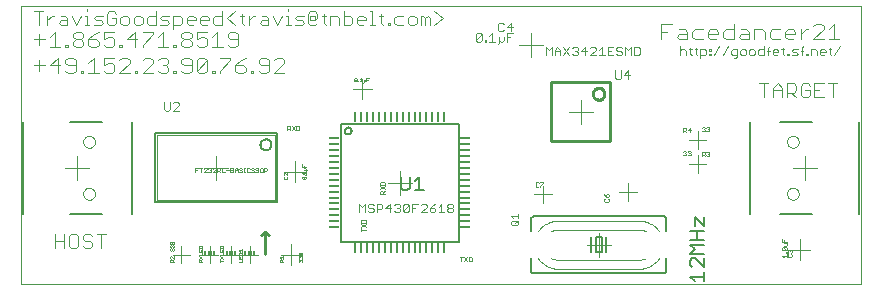
<source format=gto>
G75*
G70*
%OFA0B0*%
%FSLAX24Y24*%
%IPPOS*%
%LPD*%
%AMOC8*
5,1,8,0,0,1.08239X$1,22.5*
%
%ADD10C,0.0000*%
%ADD11C,0.0100*%
%ADD12C,0.0010*%
%ADD13C,0.0040*%
%ADD14C,0.0030*%
%ADD15R,0.0059X0.0118*%
%ADD16R,0.0118X0.0118*%
%ADD17C,0.0060*%
%ADD18C,0.0020*%
%ADD19C,0.0050*%
%ADD20R,0.0110X0.0382*%
%ADD21R,0.0382X0.0110*%
D10*
X000100Y000229D02*
X000100Y009488D01*
X028095Y009488D01*
X028095Y000229D01*
X000100Y000229D01*
X005159Y001210D02*
X005726Y001210D01*
X006113Y001210D02*
X006680Y001210D01*
X006817Y001210D02*
X007383Y001210D01*
X007442Y001210D02*
X008008Y001210D01*
X007725Y000927D02*
X007725Y001494D01*
X007100Y001494D02*
X007100Y000927D01*
X006396Y000927D02*
X006396Y001494D01*
X005443Y001494D02*
X005443Y000927D01*
X008758Y001210D02*
X009442Y001210D01*
X009100Y000869D02*
X009100Y001552D01*
X012725Y003204D02*
X012725Y004004D01*
X012325Y003604D02*
X013125Y003604D01*
X009567Y003979D02*
X008883Y003979D01*
X009225Y003637D02*
X009225Y004321D01*
X007000Y004104D02*
X006200Y004104D01*
X006600Y003704D02*
X006600Y004504D01*
X002375Y004104D02*
X001575Y004104D01*
X001975Y003704D02*
X001975Y004504D01*
X002172Y004970D02*
X002174Y004997D01*
X002180Y005024D01*
X002189Y005050D01*
X002202Y005074D01*
X002218Y005097D01*
X002237Y005116D01*
X002259Y005133D01*
X002283Y005147D01*
X002308Y005157D01*
X002335Y005164D01*
X002362Y005167D01*
X002390Y005166D01*
X002417Y005161D01*
X002443Y005153D01*
X002467Y005141D01*
X002490Y005125D01*
X002511Y005107D01*
X002528Y005086D01*
X002543Y005062D01*
X002554Y005037D01*
X002562Y005011D01*
X002566Y004984D01*
X002566Y004956D01*
X002562Y004929D01*
X002554Y004903D01*
X002543Y004878D01*
X002528Y004854D01*
X002511Y004833D01*
X002490Y004815D01*
X002468Y004799D01*
X002443Y004787D01*
X002417Y004779D01*
X002390Y004774D01*
X002362Y004773D01*
X002335Y004776D01*
X002308Y004783D01*
X002283Y004793D01*
X002259Y004807D01*
X002237Y004824D01*
X002218Y004843D01*
X002202Y004866D01*
X002189Y004890D01*
X002180Y004916D01*
X002174Y004943D01*
X002172Y004970D01*
X002172Y003238D02*
X002174Y003265D01*
X002180Y003292D01*
X002189Y003318D01*
X002202Y003342D01*
X002218Y003365D01*
X002237Y003384D01*
X002259Y003401D01*
X002283Y003415D01*
X002308Y003425D01*
X002335Y003432D01*
X002362Y003435D01*
X002390Y003434D01*
X002417Y003429D01*
X002443Y003421D01*
X002467Y003409D01*
X002490Y003393D01*
X002511Y003375D01*
X002528Y003354D01*
X002543Y003330D01*
X002554Y003305D01*
X002562Y003279D01*
X002566Y003252D01*
X002566Y003224D01*
X002562Y003197D01*
X002554Y003171D01*
X002543Y003146D01*
X002528Y003122D01*
X002511Y003101D01*
X002490Y003083D01*
X002468Y003067D01*
X002443Y003055D01*
X002417Y003047D01*
X002390Y003042D01*
X002362Y003041D01*
X002335Y003044D01*
X002308Y003051D01*
X002283Y003061D01*
X002259Y003075D01*
X002237Y003092D01*
X002218Y003111D01*
X002202Y003134D01*
X002189Y003158D01*
X002180Y003184D01*
X002174Y003211D01*
X002172Y003238D01*
X011475Y006404D02*
X011475Y007054D01*
X011150Y006729D02*
X011800Y006729D01*
X016708Y008182D02*
X017508Y008182D01*
X017108Y007782D02*
X017108Y008582D01*
X018761Y006377D02*
X018761Y005577D01*
X018361Y005977D02*
X019161Y005977D01*
X022356Y005035D02*
X022947Y005035D01*
X022651Y004740D02*
X022651Y005331D01*
X022651Y004534D02*
X022651Y003942D01*
X022356Y004238D02*
X022947Y004238D01*
X020336Y003610D02*
X020336Y002990D01*
X020027Y003300D02*
X020646Y003300D01*
X017789Y003221D02*
X017214Y003221D01*
X017502Y002933D02*
X017502Y003509D01*
X019350Y001939D02*
X019350Y001139D01*
X018950Y001539D02*
X019750Y001539D01*
X025712Y001372D02*
X026408Y001372D01*
X026060Y001024D02*
X026060Y001720D01*
X025634Y003238D02*
X025636Y003265D01*
X025642Y003292D01*
X025651Y003318D01*
X025664Y003342D01*
X025680Y003365D01*
X025699Y003384D01*
X025721Y003401D01*
X025745Y003415D01*
X025770Y003425D01*
X025797Y003432D01*
X025824Y003435D01*
X025852Y003434D01*
X025879Y003429D01*
X025905Y003421D01*
X025929Y003409D01*
X025952Y003393D01*
X025973Y003375D01*
X025990Y003354D01*
X026005Y003330D01*
X026016Y003305D01*
X026024Y003279D01*
X026028Y003252D01*
X026028Y003224D01*
X026024Y003197D01*
X026016Y003171D01*
X026005Y003146D01*
X025990Y003122D01*
X025973Y003101D01*
X025952Y003083D01*
X025930Y003067D01*
X025905Y003055D01*
X025879Y003047D01*
X025852Y003042D01*
X025824Y003041D01*
X025797Y003044D01*
X025770Y003051D01*
X025745Y003061D01*
X025721Y003075D01*
X025699Y003092D01*
X025680Y003111D01*
X025664Y003134D01*
X025651Y003158D01*
X025642Y003184D01*
X025636Y003211D01*
X025634Y003238D01*
X026225Y003704D02*
X026225Y004504D01*
X025825Y004104D02*
X026625Y004104D01*
X025634Y004970D02*
X025636Y004997D01*
X025642Y005024D01*
X025651Y005050D01*
X025664Y005074D01*
X025680Y005097D01*
X025699Y005116D01*
X025721Y005133D01*
X025745Y005147D01*
X025770Y005157D01*
X025797Y005164D01*
X025824Y005167D01*
X025852Y005166D01*
X025879Y005161D01*
X025905Y005153D01*
X025929Y005141D01*
X025952Y005125D01*
X025973Y005107D01*
X025990Y005086D01*
X026005Y005062D01*
X026016Y005037D01*
X026024Y005011D01*
X026028Y004984D01*
X026028Y004956D01*
X026024Y004929D01*
X026016Y004903D01*
X026005Y004878D01*
X025990Y004854D01*
X025973Y004833D01*
X025952Y004815D01*
X025930Y004799D01*
X025905Y004787D01*
X025879Y004779D01*
X025852Y004774D01*
X025824Y004773D01*
X025797Y004776D01*
X025770Y004783D01*
X025745Y004793D01*
X025721Y004807D01*
X025699Y004824D01*
X025680Y004843D01*
X025664Y004866D01*
X025651Y004890D01*
X025642Y004916D01*
X025636Y004943D01*
X025634Y004970D01*
D11*
X019746Y004993D02*
X019746Y006961D01*
X017777Y006961D01*
X017777Y004993D01*
X019746Y004993D01*
X019155Y006568D02*
X019157Y006595D01*
X019163Y006622D01*
X019172Y006648D01*
X019185Y006672D01*
X019201Y006695D01*
X019220Y006714D01*
X019242Y006731D01*
X019266Y006745D01*
X019291Y006755D01*
X019318Y006762D01*
X019345Y006765D01*
X019373Y006764D01*
X019400Y006759D01*
X019426Y006751D01*
X019450Y006739D01*
X019473Y006723D01*
X019494Y006705D01*
X019511Y006684D01*
X019526Y006660D01*
X019537Y006635D01*
X019545Y006609D01*
X019549Y006582D01*
X019549Y006554D01*
X019545Y006527D01*
X019537Y006501D01*
X019526Y006476D01*
X019511Y006452D01*
X019494Y006431D01*
X019473Y006413D01*
X019451Y006397D01*
X019426Y006385D01*
X019400Y006377D01*
X019373Y006372D01*
X019345Y006371D01*
X019318Y006374D01*
X019291Y006381D01*
X019266Y006391D01*
X019242Y006405D01*
X019220Y006422D01*
X019201Y006441D01*
X019185Y006464D01*
X019172Y006488D01*
X019163Y006514D01*
X019157Y006541D01*
X019155Y006568D01*
X008350Y001854D02*
X008225Y001979D01*
X008100Y001854D01*
X008225Y001979D02*
X008225Y001229D01*
D12*
X008730Y001119D02*
X008845Y001119D01*
X008845Y001157D02*
X008845Y001080D01*
X008845Y001042D02*
X008807Y001004D01*
X008807Y001023D02*
X008807Y000965D01*
X008845Y000965D02*
X008730Y000965D01*
X008730Y001023D01*
X008749Y001042D01*
X008787Y001042D01*
X008807Y001023D01*
X008768Y001080D02*
X008730Y001119D01*
X009355Y001138D02*
X009374Y001157D01*
X009393Y001157D01*
X009412Y001138D01*
X009432Y001157D01*
X009451Y001157D01*
X009470Y001138D01*
X009470Y001100D01*
X009451Y001080D01*
X009451Y001042D02*
X009470Y001023D01*
X009470Y000985D01*
X009451Y000965D01*
X009412Y001004D02*
X009412Y001023D01*
X009432Y001042D01*
X009451Y001042D01*
X009412Y001023D02*
X009393Y001042D01*
X009374Y001042D01*
X009355Y001023D01*
X009355Y000985D01*
X009374Y000965D01*
X009374Y001080D02*
X009355Y001100D01*
X009355Y001138D01*
X009412Y001138D02*
X009412Y001119D01*
X009374Y001196D02*
X009355Y001215D01*
X009355Y001253D01*
X009374Y001272D01*
X009451Y001196D01*
X009470Y001215D01*
X009470Y001253D01*
X009451Y001272D01*
X009374Y001272D01*
X009374Y001196D02*
X009451Y001196D01*
X007470Y001196D02*
X007470Y001253D01*
X007451Y001272D01*
X007374Y001272D01*
X007355Y001253D01*
X007355Y001196D01*
X007470Y001196D01*
X007470Y001157D02*
X007470Y001080D01*
X007355Y001080D01*
X007355Y001157D01*
X007412Y001119D02*
X007412Y001080D01*
X007470Y001042D02*
X007470Y000965D01*
X007355Y000965D01*
X006845Y001004D02*
X006730Y001004D01*
X006730Y001042D02*
X006730Y000965D01*
X006730Y001080D02*
X006845Y001157D01*
X006845Y001196D02*
X006845Y001272D01*
X006845Y001311D02*
X006845Y001387D01*
X006845Y001426D02*
X006845Y001483D01*
X006826Y001502D01*
X006749Y001502D01*
X006730Y001483D01*
X006730Y001426D01*
X006845Y001426D01*
X006787Y001349D02*
X006787Y001311D01*
X006730Y001311D02*
X006845Y001311D01*
X006730Y001311D02*
X006730Y001387D01*
X006730Y001196D02*
X006845Y001196D01*
X006845Y001080D02*
X006730Y001157D01*
X006141Y001157D02*
X006026Y001080D01*
X006045Y001042D02*
X006084Y001042D01*
X006103Y001023D01*
X006103Y000965D01*
X006141Y000965D02*
X006026Y000965D01*
X006026Y001023D01*
X006045Y001042D01*
X006103Y001004D02*
X006141Y001042D01*
X006141Y001080D02*
X006026Y001157D01*
X006026Y001196D02*
X006141Y001196D01*
X006141Y001272D01*
X006141Y001311D02*
X006141Y001387D01*
X006141Y001426D02*
X006141Y001483D01*
X006122Y001502D01*
X006045Y001502D01*
X006026Y001483D01*
X006026Y001426D01*
X006141Y001426D01*
X006084Y001349D02*
X006084Y001311D01*
X006141Y001311D02*
X006026Y001311D01*
X006026Y001387D01*
X005188Y001395D02*
X005188Y001359D01*
X005169Y001340D01*
X005132Y001377D02*
X005132Y001395D01*
X005151Y001414D01*
X005169Y001414D01*
X005188Y001395D01*
X005132Y001395D02*
X005114Y001414D01*
X005096Y001414D01*
X005077Y001395D01*
X005077Y001359D01*
X005096Y001340D01*
X005096Y001451D02*
X005077Y001469D01*
X005077Y001506D01*
X005096Y001524D01*
X005114Y001524D01*
X005132Y001506D01*
X005151Y001524D01*
X005169Y001524D01*
X005188Y001506D01*
X005188Y001469D01*
X005169Y001451D01*
X005132Y001488D02*
X005132Y001506D01*
X005096Y001561D02*
X005077Y001580D01*
X005077Y001616D01*
X005096Y001635D01*
X005169Y001561D01*
X005188Y001580D01*
X005188Y001616D01*
X005169Y001635D01*
X005096Y001635D01*
X005096Y001561D02*
X005169Y001561D01*
X005188Y001149D02*
X005188Y001076D01*
X005114Y001149D01*
X005096Y001149D01*
X005077Y001131D01*
X005077Y001094D01*
X005096Y001076D01*
X005096Y001039D02*
X005077Y001020D01*
X005077Y000965D01*
X005188Y000965D01*
X005151Y000965D02*
X005151Y001020D01*
X005132Y001039D01*
X005096Y001039D01*
X005151Y001002D02*
X005188Y001039D01*
X007355Y001349D02*
X007393Y001311D01*
X007355Y001349D02*
X007470Y001349D01*
X007470Y001311D02*
X007470Y001387D01*
X011445Y001984D02*
X011445Y002084D01*
X011445Y002131D02*
X011595Y002232D01*
X011595Y002279D02*
X011595Y002354D01*
X011570Y002379D01*
X011470Y002379D01*
X011445Y002354D01*
X011445Y002279D01*
X011595Y002279D01*
X011595Y002131D02*
X011445Y002232D01*
X011445Y002034D02*
X011595Y002034D01*
X014730Y001134D02*
X014830Y001134D01*
X014877Y001134D02*
X014977Y000984D01*
X015025Y000984D02*
X015100Y000984D01*
X015125Y001009D01*
X015125Y001109D01*
X015100Y001134D01*
X015025Y001134D01*
X015025Y000984D01*
X014877Y000984D02*
X014977Y001134D01*
X014780Y001134D02*
X014780Y000984D01*
X019537Y003001D02*
X019562Y002976D01*
X019662Y002976D01*
X019688Y003001D01*
X019688Y003051D01*
X019662Y003076D01*
X019662Y003124D02*
X019688Y003149D01*
X019688Y003199D01*
X019662Y003224D01*
X019637Y003224D01*
X019612Y003199D01*
X019612Y003124D01*
X019662Y003124D01*
X019612Y003124D02*
X019562Y003174D01*
X019537Y003224D01*
X019562Y003076D02*
X019537Y003051D01*
X019537Y003001D01*
X017504Y003601D02*
X017404Y003501D01*
X017404Y003476D01*
X017357Y003501D02*
X017332Y003476D01*
X017282Y003476D01*
X017257Y003501D01*
X017257Y003601D01*
X017282Y003626D01*
X017332Y003626D01*
X017357Y003601D01*
X017404Y003626D02*
X017504Y003626D01*
X017504Y003601D01*
X022170Y004542D02*
X022195Y004517D01*
X022245Y004517D01*
X022270Y004542D01*
X022270Y004567D01*
X022245Y004592D01*
X022220Y004592D01*
X022245Y004592D02*
X022270Y004617D01*
X022270Y004642D01*
X022245Y004667D01*
X022195Y004667D01*
X022170Y004642D01*
X022317Y004642D02*
X022342Y004667D01*
X022392Y004667D01*
X022417Y004642D01*
X022417Y004617D01*
X022392Y004592D01*
X022417Y004567D01*
X022417Y004542D01*
X022392Y004517D01*
X022342Y004517D01*
X022317Y004542D01*
X022367Y004592D02*
X022392Y004592D01*
X022800Y004543D02*
X022875Y004543D01*
X022900Y004568D01*
X022900Y004618D01*
X022875Y004643D01*
X022800Y004643D01*
X022800Y004493D01*
X022850Y004543D02*
X022900Y004493D01*
X022947Y004518D02*
X022972Y004493D01*
X023022Y004493D01*
X023047Y004518D01*
X023047Y004543D01*
X023022Y004568D01*
X022997Y004568D01*
X023022Y004568D02*
X023047Y004593D01*
X023047Y004618D01*
X023022Y004643D01*
X022972Y004643D01*
X022947Y004618D01*
X022972Y005314D02*
X022947Y005339D01*
X022972Y005314D02*
X023022Y005314D01*
X023047Y005339D01*
X023047Y005364D01*
X023022Y005389D01*
X022997Y005389D01*
X023022Y005389D02*
X023047Y005414D01*
X023047Y005439D01*
X023022Y005464D01*
X022972Y005464D01*
X022947Y005439D01*
X022900Y005439D02*
X022900Y005414D01*
X022875Y005389D01*
X022900Y005364D01*
X022900Y005339D01*
X022875Y005314D01*
X022825Y005314D01*
X022800Y005339D01*
X022850Y005389D02*
X022875Y005389D01*
X022900Y005439D02*
X022875Y005464D01*
X022825Y005464D01*
X022800Y005439D01*
X022417Y005365D02*
X022317Y005365D01*
X022392Y005440D01*
X022392Y005290D01*
X022270Y005290D02*
X022220Y005340D01*
X022245Y005340D02*
X022170Y005340D01*
X022170Y005290D02*
X022170Y005440D01*
X022245Y005440D01*
X022270Y005415D01*
X022270Y005365D01*
X022245Y005340D01*
X012220Y003604D02*
X012220Y003529D01*
X012070Y003529D01*
X012070Y003604D01*
X012095Y003629D01*
X012195Y003629D01*
X012220Y003604D01*
X012220Y003482D02*
X012070Y003381D01*
X012095Y003334D02*
X012145Y003334D01*
X012170Y003309D01*
X012170Y003234D01*
X012220Y003234D02*
X012070Y003234D01*
X012070Y003309D01*
X012095Y003334D01*
X012170Y003284D02*
X012220Y003334D01*
X012220Y003381D02*
X012070Y003482D01*
X009595Y003753D02*
X009576Y003734D01*
X009499Y003811D01*
X009576Y003811D01*
X009595Y003792D01*
X009595Y003753D01*
X009576Y003734D02*
X009499Y003734D01*
X009480Y003753D01*
X009480Y003792D01*
X009499Y003811D01*
X009576Y003849D02*
X009576Y003868D01*
X009595Y003868D01*
X009595Y003849D01*
X009576Y003849D01*
X009595Y003907D02*
X009595Y003983D01*
X009595Y003945D02*
X009480Y003945D01*
X009518Y003907D01*
X009633Y004022D02*
X009614Y004041D01*
X009576Y004041D01*
X009595Y004060D01*
X009595Y004079D01*
X009576Y004098D01*
X009537Y004098D01*
X009537Y004137D02*
X009537Y004175D01*
X009480Y004137D02*
X009480Y004214D01*
X009480Y004137D02*
X009595Y004137D01*
X009576Y004041D02*
X009537Y004041D01*
X008970Y003926D02*
X008970Y003849D01*
X008893Y003926D01*
X008874Y003926D01*
X008855Y003907D01*
X008855Y003868D01*
X008874Y003849D01*
X008874Y003811D02*
X008855Y003792D01*
X008855Y003753D01*
X008874Y003734D01*
X008951Y003734D01*
X008970Y003753D01*
X008970Y003792D01*
X008951Y003811D01*
X008308Y004024D02*
X008283Y003999D01*
X008208Y003999D01*
X008208Y003949D02*
X008208Y004099D01*
X008283Y004099D01*
X008308Y004074D01*
X008308Y004024D01*
X008160Y003974D02*
X008160Y004074D01*
X008135Y004099D01*
X008085Y004099D01*
X008060Y004074D01*
X008060Y003974D01*
X008085Y003949D01*
X008135Y003949D01*
X008160Y003974D01*
X008013Y003974D02*
X007988Y003949D01*
X007938Y003949D01*
X007913Y003974D01*
X007866Y003974D02*
X007841Y003949D01*
X007791Y003949D01*
X007766Y003974D01*
X007718Y003974D02*
X007693Y003949D01*
X007643Y003949D01*
X007618Y003974D01*
X007618Y004074D01*
X007643Y004099D01*
X007693Y004099D01*
X007718Y004074D01*
X007766Y004074D02*
X007766Y004049D01*
X007791Y004024D01*
X007841Y004024D01*
X007866Y003999D01*
X007866Y003974D01*
X007938Y004024D02*
X007913Y004049D01*
X007913Y004074D01*
X007938Y004099D01*
X007988Y004099D01*
X008013Y004074D01*
X007988Y004024D02*
X008013Y003999D01*
X008013Y003974D01*
X007988Y004024D02*
X007938Y004024D01*
X007866Y004074D02*
X007841Y004099D01*
X007791Y004099D01*
X007766Y004074D01*
X007570Y004099D02*
X007520Y004099D01*
X007545Y004099D02*
X007545Y003949D01*
X007520Y003949D02*
X007570Y003949D01*
X007473Y003974D02*
X007448Y003949D01*
X007398Y003949D01*
X007373Y003974D01*
X007326Y003949D02*
X007326Y004049D01*
X007276Y004099D01*
X007225Y004049D01*
X007225Y003949D01*
X007178Y003974D02*
X007153Y003949D01*
X007078Y003949D01*
X007078Y004099D01*
X007153Y004099D01*
X007178Y004074D01*
X007178Y004049D01*
X007153Y004024D01*
X007078Y004024D01*
X007031Y004024D02*
X006931Y004024D01*
X006884Y003949D02*
X006784Y003949D01*
X006784Y004099D01*
X006736Y004074D02*
X006736Y004024D01*
X006711Y003999D01*
X006636Y003999D01*
X006636Y003949D02*
X006636Y004099D01*
X006711Y004099D01*
X006736Y004074D01*
X006686Y003999D02*
X006736Y003949D01*
X006589Y003949D02*
X006489Y003949D01*
X006589Y004049D01*
X006589Y004074D01*
X006564Y004099D01*
X006514Y004099D01*
X006489Y004074D01*
X006442Y004074D02*
X006442Y004049D01*
X006417Y004024D01*
X006442Y003999D01*
X006442Y003974D01*
X006417Y003949D01*
X006367Y003949D01*
X006342Y003974D01*
X006294Y003949D02*
X006194Y003949D01*
X006294Y004049D01*
X006294Y004074D01*
X006269Y004099D01*
X006219Y004099D01*
X006194Y004074D01*
X006147Y004099D02*
X006047Y004099D01*
X006000Y004099D02*
X005900Y004099D01*
X005900Y003949D01*
X005900Y004024D02*
X005950Y004024D01*
X006097Y003949D02*
X006097Y004099D01*
X006342Y004074D02*
X006367Y004099D01*
X006417Y004099D01*
X006442Y004074D01*
X006417Y004024D02*
X006392Y004024D01*
X007153Y004024D02*
X007178Y003999D01*
X007178Y003974D01*
X007225Y004024D02*
X007326Y004024D01*
X007373Y004049D02*
X007398Y004024D01*
X007448Y004024D01*
X007473Y003999D01*
X007473Y003974D01*
X007473Y004074D02*
X007448Y004099D01*
X007398Y004099D01*
X007373Y004074D01*
X007373Y004049D01*
X008980Y005359D02*
X008980Y005509D01*
X009055Y005509D01*
X009080Y005484D01*
X009080Y005434D01*
X009055Y005409D01*
X008980Y005409D01*
X009030Y005409D02*
X009080Y005359D01*
X009127Y005359D02*
X009227Y005509D01*
X009275Y005509D02*
X009350Y005509D01*
X009375Y005484D01*
X009375Y005384D01*
X009350Y005359D01*
X009275Y005359D01*
X009275Y005509D01*
X009127Y005509D02*
X009227Y005359D01*
X011212Y007003D02*
X011231Y006984D01*
X011270Y006984D01*
X011289Y007003D01*
X011289Y007080D01*
X011212Y007003D01*
X011212Y007080D01*
X011231Y007099D01*
X011270Y007099D01*
X011289Y007080D01*
X011327Y007003D02*
X011346Y007003D01*
X011346Y006984D01*
X011327Y006984D01*
X011327Y007003D01*
X011385Y006984D02*
X011462Y006984D01*
X011423Y006984D02*
X011423Y007099D01*
X011385Y007061D01*
X011519Y007042D02*
X011519Y007003D01*
X011519Y006965D01*
X011500Y006946D01*
X011538Y006984D02*
X011557Y006984D01*
X011577Y007003D01*
X011577Y007042D01*
X011615Y007042D02*
X011653Y007042D01*
X011615Y007099D02*
X011615Y006984D01*
X011538Y006984D02*
X011519Y007003D01*
X011615Y007099D02*
X011692Y007099D01*
X025473Y001743D02*
X025473Y001642D01*
X025624Y001642D01*
X025624Y001595D02*
X025523Y001595D01*
X025548Y001642D02*
X025548Y001693D01*
X025624Y001595D02*
X025624Y001520D01*
X025599Y001495D01*
X025523Y001495D01*
X025498Y001448D02*
X025599Y001348D01*
X025624Y001373D01*
X025624Y001423D01*
X025599Y001448D01*
X025498Y001448D01*
X025473Y001423D01*
X025473Y001373D01*
X025498Y001348D01*
X025599Y001348D01*
X025599Y001299D02*
X025624Y001299D01*
X025624Y001274D01*
X025599Y001274D01*
X025599Y001299D01*
X025655Y001299D02*
X025655Y001349D01*
X025680Y001374D01*
X025705Y001374D01*
X025730Y001349D01*
X025755Y001374D01*
X025780Y001374D01*
X025805Y001349D01*
X025805Y001299D01*
X025780Y001274D01*
X025780Y001227D02*
X025805Y001202D01*
X025805Y001152D01*
X025780Y001127D01*
X025680Y001127D01*
X025655Y001152D01*
X025655Y001202D01*
X025680Y001227D01*
X025680Y001274D02*
X025655Y001299D01*
X025624Y001227D02*
X025624Y001127D01*
X025624Y001177D02*
X025473Y001177D01*
X025523Y001127D01*
X025730Y001324D02*
X025730Y001349D01*
D13*
X025627Y006460D02*
X025627Y006920D01*
X025858Y006920D01*
X025934Y006843D01*
X025934Y006690D01*
X025858Y006613D01*
X025627Y006613D01*
X025781Y006613D02*
X025934Y006460D01*
X026088Y006536D02*
X026165Y006460D01*
X026318Y006460D01*
X026395Y006536D01*
X026395Y006690D01*
X026241Y006690D01*
X026088Y006843D02*
X026088Y006536D01*
X026548Y006460D02*
X026855Y006460D01*
X026548Y006460D02*
X026548Y006920D01*
X026855Y006920D01*
X027009Y006920D02*
X027316Y006920D01*
X027162Y006920D02*
X027162Y006460D01*
X026702Y006690D02*
X026548Y006690D01*
X026395Y006843D02*
X026318Y006920D01*
X026165Y006920D01*
X026088Y006843D01*
X025474Y006767D02*
X025474Y006460D01*
X025167Y006460D02*
X025167Y006767D01*
X025320Y006920D01*
X025474Y006767D01*
X025474Y006690D02*
X025167Y006690D01*
X024860Y006460D02*
X024860Y006920D01*
X024707Y006920D02*
X025014Y006920D01*
X025140Y008383D02*
X025400Y008383D01*
X025569Y008470D02*
X025655Y008383D01*
X025829Y008383D01*
X026084Y008383D02*
X026084Y008730D01*
X026084Y008557D02*
X026258Y008730D01*
X026344Y008730D01*
X026514Y008817D02*
X026601Y008903D01*
X026774Y008903D01*
X026861Y008817D01*
X026861Y008730D01*
X026514Y008383D01*
X026861Y008383D01*
X027030Y008383D02*
X027377Y008383D01*
X027203Y008383D02*
X027203Y008903D01*
X027030Y008730D01*
X025916Y008643D02*
X025916Y008557D01*
X025569Y008557D01*
X025569Y008643D02*
X025569Y008470D01*
X025140Y008383D02*
X025053Y008470D01*
X025053Y008643D01*
X025140Y008730D01*
X025400Y008730D01*
X025569Y008643D02*
X025655Y008730D01*
X025829Y008730D01*
X025916Y008643D01*
X024884Y008643D02*
X024884Y008383D01*
X024537Y008383D02*
X024537Y008730D01*
X024798Y008730D01*
X024884Y008643D01*
X024369Y008643D02*
X024369Y008383D01*
X024108Y008383D01*
X024022Y008470D01*
X024108Y008557D01*
X024369Y008557D01*
X024369Y008643D02*
X024282Y008730D01*
X024108Y008730D01*
X023853Y008730D02*
X023593Y008730D01*
X023506Y008643D01*
X023506Y008470D01*
X023593Y008383D01*
X023853Y008383D01*
X023853Y008903D01*
X023337Y008643D02*
X023337Y008557D01*
X022990Y008557D01*
X022990Y008643D02*
X022990Y008470D01*
X023077Y008383D01*
X023251Y008383D01*
X022822Y008383D02*
X022561Y008383D01*
X022475Y008470D01*
X022475Y008643D01*
X022561Y008730D01*
X022822Y008730D01*
X022990Y008643D02*
X023077Y008730D01*
X023251Y008730D01*
X023337Y008643D01*
X022306Y008643D02*
X022306Y008383D01*
X022046Y008383D01*
X021959Y008470D01*
X022046Y008557D01*
X022306Y008557D01*
X022306Y008643D02*
X022219Y008730D01*
X022046Y008730D01*
X021790Y008903D02*
X021443Y008903D01*
X021443Y008383D01*
X021443Y008643D02*
X021617Y008643D01*
X014168Y009093D02*
X013874Y008873D01*
X013726Y008873D02*
X013726Y009093D01*
X013652Y009167D01*
X013579Y009093D01*
X013579Y008873D01*
X013432Y008873D02*
X013432Y009167D01*
X013506Y009167D01*
X013579Y009093D01*
X013284Y009093D02*
X013284Y008947D01*
X013210Y008873D01*
X013064Y008873D01*
X012990Y008947D01*
X012990Y009093D01*
X013064Y009167D01*
X013210Y009167D01*
X013284Y009093D01*
X012842Y009167D02*
X012622Y009167D01*
X012548Y009093D01*
X012548Y008947D01*
X012622Y008873D01*
X012842Y008873D01*
X012401Y008873D02*
X012327Y008873D01*
X012327Y008947D01*
X012401Y008947D01*
X012401Y008873D01*
X012179Y008873D02*
X012106Y008947D01*
X012106Y009240D01*
X012033Y009167D02*
X012179Y009167D01*
X011811Y009314D02*
X011811Y008873D01*
X011738Y008873D02*
X011885Y008873D01*
X011590Y009020D02*
X011296Y009020D01*
X011296Y009093D02*
X011369Y009167D01*
X011516Y009167D01*
X011590Y009093D01*
X011590Y009020D01*
X011369Y008873D02*
X011296Y008947D01*
X011296Y009093D01*
X011148Y009093D02*
X011148Y008947D01*
X011074Y008873D01*
X010854Y008873D01*
X010854Y009314D01*
X010854Y009167D02*
X011074Y009167D01*
X011148Y009093D01*
X011369Y008873D02*
X011516Y008873D01*
X010706Y008873D02*
X010706Y009093D01*
X010632Y009167D01*
X010412Y009167D01*
X010412Y008873D01*
X010264Y008873D02*
X010191Y008947D01*
X010191Y009240D01*
X010117Y009167D02*
X010264Y009167D01*
X009969Y009240D02*
X009969Y009093D01*
X009896Y009020D01*
X009896Y009167D01*
X009749Y009167D01*
X009749Y009020D01*
X009896Y009020D01*
X009969Y008947D02*
X009896Y008873D01*
X009749Y008873D01*
X009675Y008947D01*
X009675Y009240D01*
X009749Y009314D01*
X009896Y009314D01*
X009969Y009240D01*
X009527Y009167D02*
X009307Y009167D01*
X009233Y009093D01*
X009307Y009020D01*
X009454Y009020D01*
X009527Y008947D01*
X009454Y008873D01*
X009233Y008873D01*
X009086Y008873D02*
X008939Y008873D01*
X009012Y008873D02*
X009012Y009167D01*
X008939Y009167D01*
X008790Y009167D02*
X008644Y008873D01*
X008497Y009167D01*
X008348Y009093D02*
X008348Y008873D01*
X008128Y008873D01*
X008055Y008947D01*
X008128Y009020D01*
X008348Y009020D01*
X008348Y009093D02*
X008275Y009167D01*
X008128Y009167D01*
X007907Y009167D02*
X007833Y009167D01*
X007687Y009020D01*
X007687Y008873D02*
X007687Y009167D01*
X007539Y009167D02*
X007392Y009167D01*
X007465Y009240D02*
X007465Y008947D01*
X007539Y008873D01*
X007244Y008873D02*
X006950Y009093D01*
X007244Y009314D01*
X006802Y009314D02*
X006802Y008873D01*
X006581Y008873D01*
X006508Y008947D01*
X006508Y009093D01*
X006581Y009167D01*
X006802Y009167D01*
X006360Y009093D02*
X006360Y009020D01*
X006066Y009020D01*
X006066Y009093D02*
X006139Y009167D01*
X006286Y009167D01*
X006360Y009093D01*
X006066Y009093D02*
X006066Y008947D01*
X006139Y008873D01*
X006286Y008873D01*
X006302Y008644D02*
X005955Y008644D01*
X005955Y008383D01*
X006129Y008470D01*
X006216Y008470D01*
X006302Y008383D01*
X006302Y008210D01*
X006216Y008123D01*
X006042Y008123D01*
X005955Y008210D01*
X005787Y008210D02*
X005700Y008123D01*
X005527Y008123D01*
X005440Y008210D01*
X005440Y008297D01*
X005527Y008383D01*
X005700Y008383D01*
X005787Y008297D01*
X005787Y008210D01*
X005700Y008383D02*
X005787Y008470D01*
X005787Y008557D01*
X005700Y008644D01*
X005527Y008644D01*
X005440Y008557D01*
X005440Y008470D01*
X005527Y008383D01*
X005269Y008210D02*
X005269Y008123D01*
X005182Y008123D01*
X005182Y008210D01*
X005269Y008210D01*
X005013Y008123D02*
X004666Y008123D01*
X004840Y008123D02*
X004840Y008644D01*
X004666Y008470D01*
X004498Y008557D02*
X004151Y008210D01*
X004151Y008123D01*
X003895Y008123D02*
X003895Y008644D01*
X003635Y008383D01*
X003982Y008383D01*
X004498Y008557D02*
X004498Y008644D01*
X004151Y008644D01*
X004076Y008873D02*
X003929Y008873D01*
X003856Y008947D01*
X003856Y009093D01*
X003929Y009167D01*
X004076Y009167D01*
X004150Y009093D01*
X004150Y008947D01*
X004076Y008873D01*
X004298Y008947D02*
X004298Y009093D01*
X004371Y009167D01*
X004592Y009167D01*
X004740Y009093D02*
X004813Y009167D01*
X005034Y009167D01*
X005182Y009167D02*
X005402Y009167D01*
X005476Y009093D01*
X005476Y008947D01*
X005402Y008873D01*
X005182Y008873D01*
X005034Y008947D02*
X004960Y009020D01*
X004813Y009020D01*
X004740Y009093D01*
X004960Y008873D02*
X005034Y008947D01*
X004960Y008873D02*
X004740Y008873D01*
X004592Y008873D02*
X004371Y008873D01*
X004298Y008947D01*
X004592Y008873D02*
X004592Y009314D01*
X005182Y009167D02*
X005182Y008726D01*
X005624Y008947D02*
X005697Y008873D01*
X005844Y008873D01*
X005624Y008947D02*
X005624Y009093D01*
X005697Y009167D01*
X005844Y009167D01*
X005918Y009093D01*
X005918Y009020D01*
X005624Y009020D01*
X006471Y008470D02*
X006645Y008644D01*
X006645Y008123D01*
X006818Y008123D02*
X006471Y008123D01*
X006987Y008210D02*
X007073Y008123D01*
X007247Y008123D01*
X007334Y008210D01*
X007334Y008557D01*
X007247Y008644D01*
X007073Y008644D01*
X006987Y008557D01*
X006987Y008470D01*
X007073Y008383D01*
X007334Y008383D01*
X007592Y007777D02*
X007418Y007691D01*
X007245Y007517D01*
X007505Y007517D01*
X007592Y007430D01*
X007592Y007344D01*
X007505Y007257D01*
X007331Y007257D01*
X007245Y007344D01*
X007245Y007517D01*
X007076Y007691D02*
X006729Y007344D01*
X006729Y007257D01*
X006558Y007257D02*
X006471Y007257D01*
X006471Y007344D01*
X006558Y007344D01*
X006558Y007257D01*
X006302Y007344D02*
X006216Y007257D01*
X006042Y007257D01*
X005955Y007344D01*
X006302Y007691D01*
X006302Y007344D01*
X005955Y007344D02*
X005955Y007691D01*
X006042Y007777D01*
X006216Y007777D01*
X006302Y007691D01*
X006729Y007777D02*
X007076Y007777D01*
X007076Y007691D01*
X008018Y007691D02*
X008018Y007604D01*
X008105Y007517D01*
X008365Y007517D01*
X008365Y007344D02*
X008365Y007691D01*
X008278Y007777D01*
X008105Y007777D01*
X008018Y007691D01*
X008534Y007691D02*
X008620Y007777D01*
X008794Y007777D01*
X008881Y007691D01*
X008881Y007604D01*
X008534Y007257D01*
X008881Y007257D01*
X008365Y007344D02*
X008278Y007257D01*
X008105Y007257D01*
X008018Y007344D01*
X007847Y007344D02*
X007847Y007257D01*
X007760Y007257D01*
X007760Y007344D01*
X007847Y007344D01*
X005787Y007344D02*
X005700Y007257D01*
X005527Y007257D01*
X005440Y007344D01*
X005269Y007344D02*
X005269Y007257D01*
X005182Y007257D01*
X005182Y007344D01*
X005269Y007344D01*
X005013Y007344D02*
X004927Y007257D01*
X004753Y007257D01*
X004666Y007344D01*
X004498Y007257D02*
X004151Y007257D01*
X004498Y007604D01*
X004498Y007691D01*
X004411Y007777D01*
X004237Y007777D01*
X004151Y007691D01*
X003724Y007691D02*
X003724Y007604D01*
X003377Y007257D01*
X003724Y007257D01*
X003893Y007257D02*
X003980Y007257D01*
X003980Y007344D01*
X003893Y007344D01*
X003893Y007257D01*
X003209Y007344D02*
X003122Y007257D01*
X002948Y007257D01*
X002862Y007344D01*
X002693Y007257D02*
X002346Y007257D01*
X002175Y007257D02*
X002175Y007344D01*
X002088Y007344D01*
X002088Y007257D01*
X002175Y007257D01*
X001920Y007344D02*
X001920Y007691D01*
X001833Y007777D01*
X001659Y007777D01*
X001573Y007691D01*
X001573Y007604D01*
X001659Y007517D01*
X001920Y007517D01*
X001920Y007344D02*
X001833Y007257D01*
X001659Y007257D01*
X001573Y007344D01*
X001317Y007257D02*
X001317Y007777D01*
X001057Y007517D01*
X001404Y007517D01*
X000888Y007517D02*
X000541Y007517D01*
X000715Y007344D02*
X000715Y007691D01*
X001057Y008123D02*
X001404Y008123D01*
X001573Y008123D02*
X001573Y008210D01*
X001659Y008210D01*
X001659Y008123D01*
X001573Y008123D01*
X001830Y008210D02*
X001830Y008297D01*
X001917Y008383D01*
X002091Y008383D01*
X002177Y008297D01*
X002177Y008210D01*
X002091Y008123D01*
X001917Y008123D01*
X001830Y008210D01*
X001917Y008383D02*
X001830Y008470D01*
X001830Y008557D01*
X001917Y008644D01*
X002091Y008644D01*
X002177Y008557D01*
X002177Y008470D01*
X002091Y008383D01*
X002346Y008383D02*
X002606Y008383D01*
X002693Y008297D01*
X002693Y008210D01*
X002606Y008123D01*
X002433Y008123D01*
X002346Y008210D01*
X002346Y008383D01*
X002519Y008557D01*
X002693Y008644D01*
X002862Y008644D02*
X002862Y008383D01*
X003035Y008470D01*
X003122Y008470D01*
X003209Y008383D01*
X003209Y008210D01*
X003122Y008123D01*
X002948Y008123D01*
X002862Y008210D01*
X003377Y008210D02*
X003377Y008123D01*
X003464Y008123D01*
X003464Y008210D01*
X003377Y008210D01*
X003464Y007777D02*
X003377Y007691D01*
X003464Y007777D02*
X003638Y007777D01*
X003724Y007691D01*
X003209Y007777D02*
X002862Y007777D01*
X002862Y007517D01*
X003035Y007604D01*
X003122Y007604D01*
X003209Y007517D01*
X003209Y007344D01*
X002519Y007257D02*
X002519Y007777D01*
X002346Y007604D01*
X001230Y008123D02*
X001230Y008644D01*
X001057Y008470D01*
X000888Y008383D02*
X000541Y008383D01*
X000715Y008210D02*
X000715Y008557D01*
X000688Y008873D02*
X000688Y009314D01*
X000541Y009314D02*
X000835Y009314D01*
X000983Y009167D02*
X000983Y008873D01*
X001352Y008947D02*
X001425Y009020D01*
X001645Y009020D01*
X001645Y009093D02*
X001645Y008873D01*
X001425Y008873D01*
X001352Y008947D01*
X001572Y009167D02*
X001645Y009093D01*
X001572Y009167D02*
X001425Y009167D01*
X001203Y009167D02*
X001130Y009167D01*
X000983Y009020D01*
X001794Y009167D02*
X001940Y008873D01*
X002087Y009167D01*
X002236Y009167D02*
X002309Y009167D01*
X002309Y008873D01*
X002236Y008873D02*
X002382Y008873D01*
X002530Y008873D02*
X002750Y008873D01*
X002824Y008947D01*
X002750Y009020D01*
X002604Y009020D01*
X002530Y009093D01*
X002604Y009167D01*
X002824Y009167D01*
X002972Y009240D02*
X002972Y008947D01*
X003046Y008873D01*
X003192Y008873D01*
X003266Y008947D01*
X003266Y009093D01*
X003119Y009093D01*
X003414Y009093D02*
X003414Y008947D01*
X003488Y008873D01*
X003634Y008873D01*
X003708Y008947D01*
X003708Y009093D01*
X003634Y009167D01*
X003488Y009167D01*
X003414Y009093D01*
X003266Y009240D02*
X003192Y009314D01*
X003046Y009314D01*
X002972Y009240D01*
X002309Y009314D02*
X002309Y009387D01*
X002862Y008644D02*
X003209Y008644D01*
X004666Y007691D02*
X004753Y007777D01*
X004927Y007777D01*
X005013Y007691D01*
X005013Y007604D01*
X004927Y007517D01*
X005013Y007430D01*
X005013Y007344D01*
X004927Y007517D02*
X004840Y007517D01*
X005440Y007604D02*
X005440Y007691D01*
X005527Y007777D01*
X005700Y007777D01*
X005787Y007691D01*
X005787Y007344D01*
X005787Y007517D02*
X005527Y007517D01*
X005440Y007604D01*
X009012Y009314D02*
X009012Y009387D01*
X011738Y009314D02*
X011811Y009314D01*
X013874Y009314D02*
X014168Y009093D01*
X002929Y001896D02*
X002622Y001896D01*
X002776Y001896D02*
X002776Y001435D01*
X002469Y001512D02*
X002392Y001435D01*
X002239Y001435D01*
X002162Y001512D01*
X002008Y001512D02*
X002008Y001819D01*
X001932Y001896D01*
X001778Y001896D01*
X001701Y001819D01*
X001701Y001512D01*
X001778Y001435D01*
X001932Y001435D01*
X002008Y001512D01*
X002392Y001665D02*
X002469Y001589D01*
X002469Y001512D01*
X002392Y001665D02*
X002239Y001665D01*
X002162Y001742D01*
X002162Y001819D01*
X002239Y001896D01*
X002392Y001896D01*
X002469Y001819D01*
X001548Y001896D02*
X001548Y001435D01*
X001241Y001435D02*
X001241Y001896D01*
X001241Y001665D02*
X001548Y001665D01*
D14*
X011365Y002619D02*
X011365Y002909D01*
X011462Y002813D01*
X011558Y002909D01*
X011558Y002619D01*
X011660Y002668D02*
X011708Y002619D01*
X011805Y002619D01*
X011853Y002668D01*
X011853Y002716D01*
X011805Y002764D01*
X011708Y002764D01*
X011660Y002813D01*
X011660Y002861D01*
X011708Y002909D01*
X011805Y002909D01*
X011853Y002861D01*
X011954Y002909D02*
X012099Y002909D01*
X012148Y002861D01*
X012148Y002764D01*
X012099Y002716D01*
X011954Y002716D01*
X011954Y002619D02*
X011954Y002909D01*
X012249Y002764D02*
X012394Y002909D01*
X012394Y002619D01*
X012442Y002764D02*
X012249Y002764D01*
X012544Y002668D02*
X012592Y002619D01*
X012689Y002619D01*
X012737Y002668D01*
X012737Y002716D01*
X012689Y002764D01*
X012640Y002764D01*
X012689Y002764D02*
X012737Y002813D01*
X012737Y002861D01*
X012689Y002909D01*
X012592Y002909D01*
X012544Y002861D01*
X012838Y002861D02*
X012887Y002909D01*
X012983Y002909D01*
X013032Y002861D01*
X012838Y002668D01*
X012887Y002619D01*
X012983Y002619D01*
X013032Y002668D01*
X013032Y002861D01*
X013133Y002909D02*
X013326Y002909D01*
X013428Y002861D02*
X013476Y002909D01*
X013573Y002909D01*
X013621Y002861D01*
X013621Y002813D01*
X013428Y002619D01*
X013621Y002619D01*
X013722Y002668D02*
X013771Y002619D01*
X013867Y002619D01*
X013916Y002668D01*
X013916Y002716D01*
X013867Y002764D01*
X013722Y002764D01*
X013722Y002668D01*
X013722Y002764D02*
X013819Y002861D01*
X013916Y002909D01*
X014017Y002813D02*
X014114Y002909D01*
X014114Y002619D01*
X014210Y002619D02*
X014017Y002619D01*
X014312Y002668D02*
X014312Y002716D01*
X014360Y002764D01*
X014457Y002764D01*
X014505Y002716D01*
X014505Y002668D01*
X014457Y002619D01*
X014360Y002619D01*
X014312Y002668D01*
X014360Y002764D02*
X014312Y002813D01*
X014312Y002861D01*
X014360Y002909D01*
X014457Y002909D01*
X014505Y002861D01*
X014505Y002813D01*
X014457Y002764D01*
X013230Y002764D02*
X013133Y002764D01*
X013133Y002619D02*
X013133Y002909D01*
X012838Y002861D02*
X012838Y002668D01*
X005356Y006013D02*
X005163Y006013D01*
X005356Y006206D01*
X005356Y006255D01*
X005308Y006303D01*
X005211Y006303D01*
X005163Y006255D01*
X005062Y006303D02*
X005062Y006061D01*
X005013Y006013D01*
X004917Y006013D01*
X004868Y006061D01*
X004868Y006303D01*
X015260Y008360D02*
X015308Y008312D01*
X015405Y008312D01*
X015453Y008360D01*
X015453Y008554D01*
X015260Y008360D01*
X015260Y008554D01*
X015308Y008602D01*
X015405Y008602D01*
X015453Y008554D01*
X015702Y008505D02*
X015798Y008602D01*
X015798Y008312D01*
X015702Y008312D02*
X015895Y008312D01*
X015996Y008215D02*
X016045Y008264D01*
X016045Y008360D01*
X016093Y008312D01*
X016141Y008312D01*
X016190Y008360D01*
X016190Y008457D01*
X016291Y008457D02*
X016388Y008457D01*
X016484Y008602D02*
X016291Y008602D01*
X016291Y008312D01*
X016045Y008360D02*
X016045Y008457D01*
X015603Y008360D02*
X015603Y008312D01*
X015554Y008312D01*
X015554Y008360D01*
X015603Y008360D01*
X015996Y008699D02*
X016045Y008651D01*
X016141Y008651D01*
X016190Y008699D01*
X016291Y008796D02*
X016484Y008796D01*
X016436Y008651D02*
X016436Y008941D01*
X016291Y008796D01*
X016190Y008892D02*
X016141Y008941D01*
X016045Y008941D01*
X015996Y008892D01*
X015996Y008699D01*
X017591Y008141D02*
X017688Y008044D01*
X017785Y008141D01*
X017785Y007850D01*
X017886Y007850D02*
X017886Y008044D01*
X017983Y008141D01*
X018080Y008044D01*
X018080Y007850D01*
X018181Y007850D02*
X018374Y008141D01*
X018475Y008092D02*
X018524Y008141D01*
X018620Y008141D01*
X018669Y008092D01*
X018669Y008044D01*
X018620Y007996D01*
X018669Y007947D01*
X018669Y007899D01*
X018620Y007850D01*
X018524Y007850D01*
X018475Y007899D01*
X018374Y007850D02*
X018181Y008141D01*
X018080Y007996D02*
X017886Y007996D01*
X017591Y008141D02*
X017591Y007850D01*
X018572Y007996D02*
X018620Y007996D01*
X018770Y007996D02*
X018963Y007996D01*
X019065Y008092D02*
X019113Y008141D01*
X019210Y008141D01*
X019258Y008092D01*
X019258Y008044D01*
X019065Y007850D01*
X019258Y007850D01*
X019359Y007850D02*
X019553Y007850D01*
X019456Y007850D02*
X019456Y008141D01*
X019359Y008044D01*
X019654Y007996D02*
X019751Y007996D01*
X019847Y008141D02*
X019654Y008141D01*
X019654Y007850D01*
X019847Y007850D01*
X019949Y007899D02*
X019997Y007850D01*
X020094Y007850D01*
X020142Y007899D01*
X020142Y007947D01*
X020094Y007996D01*
X019997Y007996D01*
X019949Y008044D01*
X019949Y008092D01*
X019997Y008141D01*
X020094Y008141D01*
X020142Y008092D01*
X020243Y008141D02*
X020340Y008044D01*
X020437Y008141D01*
X020437Y007850D01*
X020538Y007850D02*
X020683Y007850D01*
X020731Y007899D01*
X020731Y008092D01*
X020683Y008141D01*
X020538Y008141D01*
X020538Y007850D01*
X020243Y007850D02*
X020243Y008141D01*
X018915Y008141D02*
X018915Y007850D01*
X018770Y007996D02*
X018915Y008141D01*
X019906Y007353D02*
X019906Y007111D01*
X019955Y007063D01*
X020051Y007063D01*
X020100Y007111D01*
X020100Y007353D01*
X020201Y007208D02*
X020394Y007208D01*
X020346Y007063D02*
X020346Y007353D01*
X020201Y007208D01*
X022060Y007863D02*
X022060Y008153D01*
X022108Y008057D02*
X022205Y008057D01*
X022253Y008008D01*
X022253Y007863D01*
X022403Y007911D02*
X022451Y007863D01*
X022403Y007911D02*
X022403Y008105D01*
X022451Y008057D02*
X022354Y008057D01*
X022551Y008057D02*
X022647Y008057D01*
X022599Y008105D02*
X022599Y007911D01*
X022647Y007863D01*
X022747Y007863D02*
X022892Y007863D01*
X022941Y007911D01*
X022941Y008008D01*
X022892Y008057D01*
X022747Y008057D01*
X022747Y007766D01*
X023042Y007863D02*
X023042Y007911D01*
X023090Y007911D01*
X023090Y007863D01*
X023042Y007863D01*
X023189Y007863D02*
X023383Y008153D01*
X023677Y008153D02*
X023484Y007863D01*
X023778Y007911D02*
X023827Y007863D01*
X023972Y007863D01*
X023972Y007815D02*
X023972Y008057D01*
X023827Y008057D01*
X023778Y008008D01*
X023778Y007911D01*
X023924Y007766D02*
X023972Y007815D01*
X023924Y007766D02*
X023875Y007766D01*
X024073Y007911D02*
X024121Y007863D01*
X024218Y007863D01*
X024267Y007911D01*
X024267Y008008D01*
X024218Y008057D01*
X024121Y008057D01*
X024073Y008008D01*
X024073Y007911D01*
X024368Y007911D02*
X024416Y007863D01*
X024513Y007863D01*
X024561Y007911D01*
X024561Y008008D01*
X024513Y008057D01*
X024416Y008057D01*
X024368Y008008D01*
X024368Y007911D01*
X024662Y007911D02*
X024711Y007863D01*
X024856Y007863D01*
X024856Y008153D01*
X024856Y008057D02*
X024711Y008057D01*
X024662Y008008D01*
X024662Y007911D01*
X024957Y008008D02*
X025054Y008008D01*
X025153Y008008D02*
X025153Y007911D01*
X025202Y007863D01*
X025299Y007863D01*
X025347Y007960D02*
X025153Y007960D01*
X025153Y008008D02*
X025202Y008057D01*
X025299Y008057D01*
X025347Y008008D01*
X025347Y007960D01*
X025448Y008057D02*
X025545Y008057D01*
X025496Y008105D02*
X025496Y007911D01*
X025545Y007863D01*
X025645Y007863D02*
X025693Y007863D01*
X025693Y007911D01*
X025645Y007911D01*
X025645Y007863D01*
X025792Y007863D02*
X025937Y007863D01*
X025985Y007911D01*
X025937Y007960D01*
X025840Y007960D01*
X025792Y008008D01*
X025840Y008057D01*
X025985Y008057D01*
X026087Y008008D02*
X026183Y008008D01*
X026135Y008105D02*
X026183Y008153D01*
X026135Y008105D02*
X026135Y007863D01*
X026283Y007863D02*
X026283Y007911D01*
X026331Y007911D01*
X026331Y007863D01*
X026283Y007863D01*
X026430Y007863D02*
X026430Y008057D01*
X026575Y008057D01*
X026624Y008008D01*
X026624Y007863D01*
X026725Y007911D02*
X026773Y007863D01*
X026870Y007863D01*
X026918Y007960D02*
X026725Y007960D01*
X026725Y008008D02*
X026725Y007911D01*
X026725Y008008D02*
X026773Y008057D01*
X026870Y008057D01*
X026918Y008008D01*
X026918Y007960D01*
X027020Y008057D02*
X027116Y008057D01*
X027068Y008105D02*
X027068Y007911D01*
X027116Y007863D01*
X027216Y007863D02*
X027410Y008153D01*
X025054Y008153D02*
X025005Y008105D01*
X025005Y007863D01*
X023090Y008008D02*
X023042Y008008D01*
X023042Y008057D01*
X023090Y008057D01*
X023090Y008008D01*
X022108Y008057D02*
X022060Y008008D01*
D15*
X007873Y001269D03*
X007577Y001269D03*
X007248Y001269D03*
X006952Y001269D03*
X006544Y001269D03*
X006249Y001269D03*
D16*
X006396Y001269D03*
X007100Y001269D03*
X007725Y001269D03*
D17*
X008647Y002953D02*
X004553Y002953D01*
X004553Y005256D01*
X008647Y005256D01*
X008647Y002953D01*
X008082Y004872D02*
X008084Y004898D01*
X008090Y004924D01*
X008099Y004949D01*
X008112Y004972D01*
X008128Y004993D01*
X008147Y005011D01*
X008169Y005027D01*
X008192Y005039D01*
X008217Y005047D01*
X008243Y005052D01*
X008270Y005053D01*
X008296Y005050D01*
X008321Y005043D01*
X008346Y005033D01*
X008368Y005019D01*
X008389Y005002D01*
X008406Y004983D01*
X008421Y004961D01*
X008432Y004937D01*
X008440Y004911D01*
X008444Y004885D01*
X008444Y004859D01*
X008440Y004833D01*
X008432Y004807D01*
X008421Y004783D01*
X008406Y004761D01*
X008389Y004742D01*
X008368Y004725D01*
X008346Y004711D01*
X008321Y004701D01*
X008296Y004694D01*
X008270Y004691D01*
X008243Y004692D01*
X008217Y004697D01*
X008192Y004705D01*
X008169Y004717D01*
X008147Y004733D01*
X008128Y004751D01*
X008112Y004772D01*
X008099Y004795D01*
X008090Y004820D01*
X008084Y004846D01*
X008082Y004872D01*
X017100Y002389D02*
X017100Y001989D01*
X017100Y002389D02*
X017102Y002406D01*
X017106Y002423D01*
X017113Y002439D01*
X017123Y002453D01*
X017136Y002466D01*
X017150Y002476D01*
X017166Y002483D01*
X017183Y002487D01*
X017200Y002489D01*
X021500Y002489D01*
X021517Y002487D01*
X021534Y002483D01*
X021550Y002476D01*
X021564Y002466D01*
X021577Y002453D01*
X021587Y002439D01*
X021594Y002423D01*
X021598Y002406D01*
X021600Y002389D01*
X021600Y001989D01*
X019600Y001789D02*
X019600Y001539D01*
X019600Y001289D01*
X019450Y001289D02*
X019450Y001789D01*
X019250Y001789D01*
X019250Y001289D01*
X019450Y001289D01*
X019100Y001289D02*
X019100Y001539D01*
X019100Y001789D01*
X017100Y001089D02*
X017100Y000689D01*
X017102Y000672D01*
X017106Y000655D01*
X017113Y000639D01*
X017123Y000625D01*
X017136Y000612D01*
X017150Y000602D01*
X017166Y000595D01*
X017183Y000591D01*
X017200Y000589D01*
X021500Y000589D01*
X021517Y000591D01*
X021534Y000595D01*
X021550Y000602D01*
X021564Y000612D01*
X021577Y000625D01*
X021587Y000639D01*
X021594Y000655D01*
X021598Y000672D01*
X021600Y000689D01*
X021600Y001089D01*
D18*
X020700Y001039D02*
X018000Y001039D01*
X018000Y000739D02*
X020700Y000739D01*
X020700Y001039D02*
X020738Y001040D01*
X020775Y001045D01*
X020812Y001052D01*
X020848Y001061D01*
X020884Y001074D01*
X020918Y001089D01*
X021361Y001989D02*
X021329Y002034D01*
X021293Y002076D01*
X021254Y002116D01*
X021212Y002153D01*
X021169Y002187D01*
X021122Y002218D01*
X021074Y002246D01*
X021024Y002270D01*
X020973Y002291D01*
X020920Y002308D01*
X020866Y002322D01*
X020811Y002331D01*
X020756Y002337D01*
X020700Y002339D01*
X018000Y002339D01*
X018000Y002039D02*
X020700Y002039D01*
X021361Y001089D02*
X021329Y001044D01*
X021293Y001002D01*
X021254Y000962D01*
X021213Y000925D01*
X021169Y000891D01*
X021122Y000860D01*
X021074Y000832D01*
X021024Y000808D01*
X020973Y000787D01*
X020920Y000770D01*
X020866Y000756D01*
X020811Y000747D01*
X020756Y000741D01*
X020700Y000739D01*
X020918Y001989D02*
X020884Y002004D01*
X020848Y002017D01*
X020812Y002026D01*
X020775Y002033D01*
X020738Y002038D01*
X020700Y002039D01*
X019750Y001539D02*
X019600Y001539D01*
X019100Y001539D02*
X018950Y001539D01*
X018000Y002339D02*
X017944Y002337D01*
X017889Y002331D01*
X017834Y002322D01*
X017780Y002308D01*
X017727Y002291D01*
X017676Y002270D01*
X017626Y002246D01*
X017578Y002218D01*
X017531Y002187D01*
X017487Y002153D01*
X017446Y002116D01*
X017407Y002076D01*
X017371Y002034D01*
X017339Y001989D01*
X016656Y002236D02*
X016620Y002200D01*
X016473Y002200D01*
X016436Y002236D01*
X016436Y002310D01*
X016473Y002347D01*
X016620Y002347D01*
X016656Y002310D01*
X016656Y002236D01*
X016583Y002273D02*
X016656Y002347D01*
X016656Y002421D02*
X016656Y002568D01*
X016656Y002494D02*
X016436Y002494D01*
X016510Y002421D01*
X017339Y001089D02*
X017371Y001044D01*
X017407Y001002D01*
X017446Y000962D01*
X017488Y000925D01*
X017531Y000891D01*
X017578Y000860D01*
X017626Y000832D01*
X017676Y000808D01*
X017727Y000787D01*
X017780Y000770D01*
X017834Y000756D01*
X017889Y000747D01*
X017944Y000741D01*
X018000Y000739D01*
X018000Y001039D02*
X017962Y001040D01*
X017925Y001045D01*
X017888Y001052D01*
X017852Y001061D01*
X017816Y001074D01*
X017782Y001089D01*
X017782Y001989D02*
X017816Y002004D01*
X017852Y002017D01*
X017888Y002026D01*
X017925Y002033D01*
X017962Y002038D01*
X018000Y002039D01*
X008583Y003016D02*
X008583Y005192D01*
X004617Y005192D01*
X004617Y003016D01*
X008583Y003016D01*
D19*
X010756Y001636D02*
X010756Y005573D01*
X014694Y005573D01*
X014694Y001636D01*
X010756Y001636D01*
X012758Y003430D02*
X012833Y003355D01*
X012983Y003355D01*
X013058Y003430D01*
X013058Y003805D01*
X013218Y003655D02*
X013368Y003805D01*
X013368Y003355D01*
X013218Y003355D02*
X013519Y003355D01*
X012758Y003430D02*
X012758Y003805D01*
X010894Y005336D02*
X010896Y005357D01*
X010902Y005376D01*
X010911Y005395D01*
X010923Y005411D01*
X010939Y005425D01*
X010956Y005436D01*
X010975Y005444D01*
X010996Y005448D01*
X011016Y005448D01*
X011037Y005444D01*
X011056Y005436D01*
X011073Y005425D01*
X011089Y005411D01*
X011101Y005395D01*
X011110Y005376D01*
X011116Y005357D01*
X011118Y005336D01*
X011116Y005315D01*
X011110Y005296D01*
X011101Y005277D01*
X011089Y005261D01*
X011073Y005247D01*
X011056Y005236D01*
X011037Y005228D01*
X011016Y005224D01*
X010996Y005224D01*
X010975Y005228D01*
X010956Y005236D01*
X010939Y005247D01*
X010923Y005261D01*
X010911Y005277D01*
X010902Y005296D01*
X010896Y005315D01*
X010894Y005336D01*
X003786Y005364D02*
X003786Y004931D01*
X003786Y005640D02*
X003786Y002569D01*
X003786Y002844D02*
X003786Y003277D01*
X002802Y002569D02*
X001739Y002569D01*
X000164Y002569D02*
X000164Y005640D01*
X001739Y005640D02*
X002802Y005640D01*
X022406Y002006D02*
X022856Y002006D01*
X022631Y002006D02*
X022631Y001706D01*
X022856Y001706D02*
X022406Y001706D01*
X022406Y001546D02*
X022856Y001546D01*
X022556Y001396D02*
X022406Y001546D01*
X022556Y001396D02*
X022406Y001246D01*
X022856Y001246D01*
X022856Y001086D02*
X022856Y000785D01*
X022556Y001086D01*
X022481Y001086D01*
X022406Y001011D01*
X022406Y000860D01*
X022481Y000785D01*
X022856Y000625D02*
X022856Y000325D01*
X022856Y000475D02*
X022406Y000475D01*
X022556Y000325D01*
X022556Y002167D02*
X022556Y002467D01*
X022856Y002167D01*
X022856Y002467D01*
X024414Y002569D02*
X024414Y005640D01*
X024414Y005364D02*
X024414Y004931D01*
X025398Y005640D02*
X026461Y005640D01*
X028036Y005640D02*
X028036Y002569D01*
X026461Y002569D02*
X025398Y002569D01*
X024414Y002844D02*
X024414Y003277D01*
D20*
X014201Y001421D03*
X014005Y001421D03*
X013808Y001421D03*
X013611Y001421D03*
X013414Y001421D03*
X013217Y001421D03*
X013020Y001421D03*
X012823Y001421D03*
X012627Y001421D03*
X012430Y001421D03*
X012233Y001421D03*
X012036Y001421D03*
X011839Y001421D03*
X011642Y001421D03*
X011445Y001421D03*
X011249Y001421D03*
X011249Y005787D03*
X011445Y005787D03*
X011642Y005787D03*
X011839Y005787D03*
X012036Y005787D03*
X012233Y005787D03*
X012430Y005787D03*
X012627Y005787D03*
X012823Y005787D03*
X013020Y005787D03*
X013217Y005787D03*
X013414Y005787D03*
X013611Y005787D03*
X013808Y005787D03*
X014005Y005787D03*
X014201Y005787D03*
D21*
X014908Y005081D03*
X014908Y004884D03*
X014908Y004687D03*
X014908Y004490D03*
X014908Y004293D03*
X014908Y004096D03*
X014908Y003899D03*
X014908Y003703D03*
X014908Y003506D03*
X014908Y003309D03*
X014908Y003112D03*
X014908Y002915D03*
X014908Y002718D03*
X014908Y002521D03*
X014908Y002325D03*
X014908Y002128D03*
X010542Y002128D03*
X010542Y002325D03*
X010542Y002521D03*
X010542Y002718D03*
X010542Y002915D03*
X010542Y003112D03*
X010542Y003309D03*
X010542Y003506D03*
X010542Y003703D03*
X010542Y003899D03*
X010542Y004096D03*
X010542Y004293D03*
X010542Y004490D03*
X010542Y004687D03*
X010542Y004884D03*
X010542Y005081D03*
M02*

</source>
